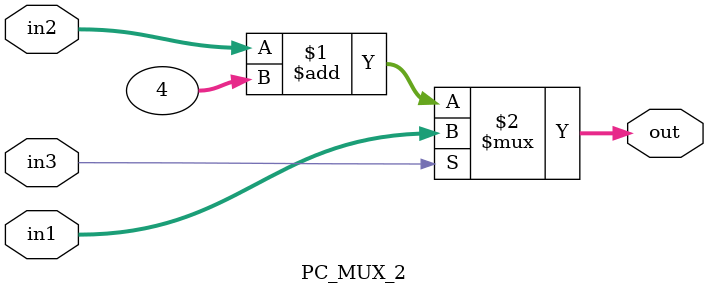
<source format=sv>
module PC_MUX_2(in1,in2,in3,out);

input in3;
input [31:0] in1,in2;
output logic [31:0] out;


assign out=(in3)?in1:in2+32'd4;

endmodule                 
</source>
